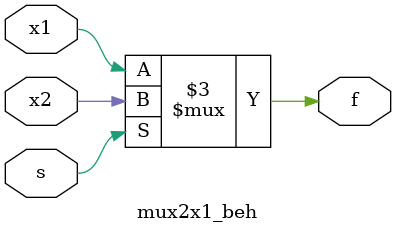
<source format=v>
module mux2x1_beh(
    input x1, x2, s,
    output reg f
);

always @(x1, x2, s) begin
    if (s)
    begin
        f = x2;
    end
    else
    begin
        f = x1;
    end
end
endmodule

</source>
